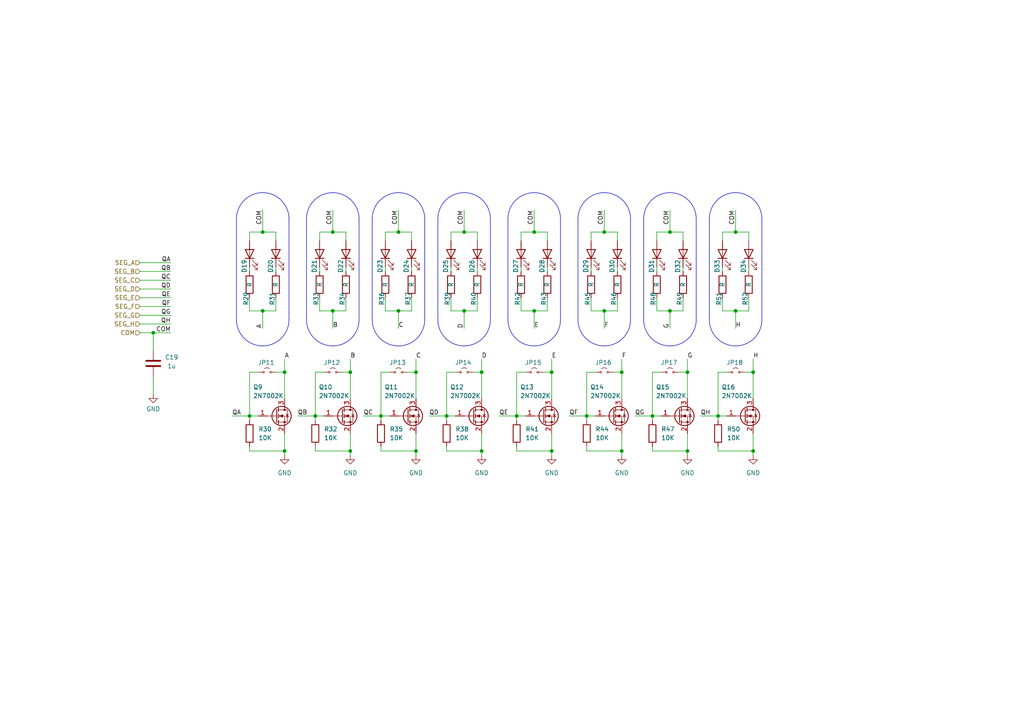
<source format=kicad_sch>
(kicad_sch (version 20250114) (generator "eeschema") (generator_version "9.0")
  (paper "A4")
  (lib_symbols
    (symbol "Device:C" (pin_numbers (hide yes)) (pin_names (offset 0.254))
      (property "Reference" "C" (at 0.635 2.54 0))
      (property "Value" "C" (at 0.635 -2.54 0))
      (symbol "C_0_1"
        (polyline (pts (xy -2.032 0.762) (xy 2.032 0.762)) (stroke (width 0.508)))
        (polyline (pts (xy -2.032 -0.762) (xy 2.032 -0.762)) (stroke (width 0.508)))
      )
      (symbol "C_1_1"
        (pin passive line (at 0 3.81 270) (length 2.794) (name "~") (number "1"))
        (pin passive line (at 0 -3.81 90) (length 2.794) (name "~") (number "2"))
      )
    )
    (symbol "Device:LED" (pin_numbers (hide yes)) (pin_names (offset 1.016) (hide yes))
      (property "Reference" "D" (at 0 2.54 0))
      (property "Value" "LED" (at 0 -2.54 0))
      (symbol "LED_0_1"
        (polyline (pts (xy -3.048 -0.762) (xy -4.572 -2.286) (xy -3.81 -2.286) (xy -4.572 -2.286) (xy -4.572 -1.524)))
        (polyline (pts (xy -1.778 -0.762) (xy -3.302 -2.286) (xy -2.54 -2.286) (xy -3.302 -2.286) (xy -3.302 -1.524)))
        (polyline (pts (xy -1.27 0) (xy 1.27 0)))
        (polyline (pts (xy -1.27 -1.27) (xy -1.27 1.27)) (stroke (width 0.254)))
        (polyline (pts (xy 1.27 -1.27) (xy 1.27 1.27) (xy -1.27 0) (xy 1.27 -1.27)) (stroke (width 0.254)))
      )
      (symbol "LED_1_1"
        (pin passive line (at -3.81 0 0) (length 2.54) (name "K") (number "1"))
        (pin passive line (at 3.81 0 180) (length 2.54) (name "A") (number "2"))
      )
    )
    (symbol "Device:R" (pin_numbers (hide yes)) (pin_names (offset 0))
      (property "Reference" "R" (at 2.032 0 90))
      (property "Value" "R" (at 0 0 90))
      (symbol "R_0_1"
        (rectangle (start -1.016 -2.54) (end 1.016 2.54) (stroke (width 0.254)))
      )
      (symbol "R_1_1"
        (pin passive line (at 0 3.81 270) (length 1.27) (name "~") (number "1"))
        (pin passive line (at 0 -3.81 90) (length 1.27) (name "~") (number "2"))
      )
    )
    (symbol "Jumper:Jumper_2_Small_Open" (pin_numbers (hide yes)) (pin_names (offset 0) (hide yes))
      (property "Reference" "JP" (at 0 2.794 0))
      (property "Value" "Jumper_2_Small_Open" (at 0 -2.286 0))
      (symbol "Jumper_2_Small_Open_0_0"
        (circle (center -1.016 0) (radius 0.254))
        (circle (center 1.016 0) (radius 0.254))
      )
      (symbol "Jumper_2_Small_Open_0_1"
        (arc (start -0.762 1.0196) (mid 0 1.2729) (end 0.762 1.0196))
      )
      (symbol "Jumper_2_Small_Open_1_1"
        (pin passive line (at -2.54 0 0) (length 1.27) (name "A") (number "1"))
        (pin passive line (at 2.54 0 180) (length 1.27) (name "B") (number "2"))
      )
    )
    (symbol "Transistor_FET:2N7002K" (pin_names (offset 0) (hide yes))
      (property "Reference" "Q" (at 5.08 1.905 0))
      (property "Value" "2N7002K" (at 5.08 0 0))
      (symbol "2N7002K_0_1"
        (polyline (pts (xy 0.254 1.905) (xy 0.254 -1.905)) (stroke (width 0.254)))
        (polyline (pts (xy 0.254 0) (xy -2.54 0)))
        (polyline (pts (xy 0.762 2.286) (xy 0.762 1.27)) (stroke (width 0.254)))
        (polyline (pts (xy 0.762 0.508) (xy 0.762 -0.508)) (stroke (width 0.254)))
        (polyline (pts (xy 0.762 -1.27) (xy 0.762 -2.286)) (stroke (width 0.254)))
        (polyline (pts (xy 0.762 -1.778) (xy 3.302 -1.778) (xy 3.302 1.778) (xy 0.762 1.778)))
        (polyline (pts (xy 1.016 0) (xy 2.032 0.381) (xy 2.032 -0.381) (xy 1.016 0)) (fill (type outline)))
        (circle (center 1.651 0) (radius 2.794) (stroke (width 0.254)))
        (polyline (pts (xy 2.54 2.54) (xy 2.54 1.778)))
        (circle (center 2.54 1.778) (radius 0.254) (fill (type outline)))
        (circle (center 2.54 -1.778) (radius 0.254) (fill (type outline)))
        (polyline (pts (xy 2.54 -2.54) (xy 2.54 0) (xy 0.762 0)))
        (polyline (pts (xy 2.921 0.381) (xy 3.683 0.381)))
        (polyline (pts (xy 3.302 0.381) (xy 2.921 -0.254) (xy 3.683 -0.254) (xy 3.302 0.381)))
      )
      (symbol "2N7002K_1_1"
        (pin input line (at -5.08 0 0) (length 2.54) (name "G") (number "1"))
        (pin passive line (at 2.54 5.08 270) (length 2.54) (name "D") (number "3"))
        (pin passive line (at 2.54 -5.08 90) (length 2.54) (name "S") (number "2"))
      )
    )
    (symbol "power:GND" (power) (pin_numbers (hide yes)) (pin_names (offset 0) (hide yes))
      (property "Value" "GND" (at 0 -3.81 0))
      (symbol "GND_0_1"
        (polyline (pts (xy 0 0) (xy 0 -1.27) (xy 1.27 -1.27) (xy 0 -2.54) (xy -1.27 -1.27) (xy 0 -1.27)))
      )
      (symbol "GND_1_1"
        (pin power_in line (at 0 0 270) (length 0) (name "~") (number "1"))
      )
    )
  )
  (arc (start 68.58 63.5) (mid 70.8118 58.1118) (end 76.2 55.88))
  (arc (start 134.62 100.33) (mid 129.2318 98.0982) (end 127 92.71))
  (arc (start 154.94 55.88) (mid 160.3282 58.1118) (end 162.56 63.5))
  (arc (start 123.19 92.71) (mid 120.9582 98.0982) (end 115.57 100.33))
  (arc (start 142.24 92.71) (mid 140.0082 98.0982) (end 134.62 100.33))
  (arc (start 186.69 63.5) (mid 188.9218 58.1118) (end 194.31 55.88))
  (arc (start 175.26 100.33) (mid 169.8718 98.0982) (end 167.64 92.71))
  (arc (start 205.74 63.5) (mid 207.9718 58.1118) (end 213.36 55.88))
  (arc (start 76.2 55.88) (mid 81.5882 58.1118) (end 83.82 63.5))
  (arc (start 107.95 63.5) (mid 110.1818 58.1118) (end 115.57 55.88))
  (arc (start 134.62 55.88) (mid 140.0082 58.1118) (end 142.24 63.5))
  (arc (start 154.94 100.33) (mid 149.5518 98.0982) (end 147.32 92.71))
  (arc (start 220.98 92.71) (mid 218.7482 98.0982) (end 213.36 100.33))
  (arc (start 76.2 100.33) (mid 70.8118 98.0982) (end 68.58 92.71))
  (arc (start 104.14 92.71) (mid 101.9082 98.0982) (end 96.52 100.33))
  (arc (start 127 63.5) (mid 129.2318 58.1118) (end 134.62 55.88))
  (arc (start 83.82 92.71) (mid 81.5882 98.0982) (end 76.2 100.33))
  (arc (start 88.9 63.5) (mid 91.1318 58.1118) (end 96.52 55.88))
  (arc (start 115.57 55.88) (mid 120.9582 58.1118) (end 123.19 63.5))
  (arc (start 115.57 100.33) (mid 110.1818 98.0982) (end 107.95 92.71))
  (arc (start 96.52 100.33) (mid 91.1318 98.0982) (end 88.9 92.71))
  (arc (start 194.31 55.88) (mid 199.6982 58.1118) (end 201.93 63.5))
  (arc (start 167.64 63.5) (mid 169.8718 58.1118) (end 175.26 55.88))
  (arc (start 162.56 92.71) (mid 160.3282 98.0982) (end 154.94 100.33))
  (arc (start 175.26 55.88) (mid 180.6482 58.1118) (end 182.88 63.5))
  (arc (start 194.31 100.33) (mid 188.9218 98.0982) (end 186.69 92.71))
  (arc (start 182.88 92.71) (mid 180.6482 98.0982) (end 175.26 100.33))
  (arc (start 147.32 63.5) (mid 149.5518 58.1118) (end 154.94 55.88))
  (arc (start 213.36 55.88) (mid 218.7482 58.1118) (end 220.98 63.5))
  (arc (start 96.52 55.88) (mid 101.9082 58.1118) (end 104.14 63.5))
  (arc (start 213.36 100.33) (mid 207.9718 98.0982) (end 205.74 92.71))
  (arc (start 201.93 92.71) (mid 199.6982 98.0982) (end 194.31 100.33))
  (junction (at 91.44 120.65))
  (junction (at 110.49 120.65))
  (junction (at 120.65 130.81))
  (junction (at 199.39 107.95))
  (junction (at 189.23 120.65))
  (junction (at 115.57 90.17))
  (junction (at 134.62 67.31))
  (junction (at 115.57 67.31))
  (junction (at 134.62 90.17))
  (junction (at 194.31 67.31))
  (junction (at 213.36 67.31))
  (junction (at 180.34 107.95))
  (junction (at 218.44 130.81))
  (junction (at 208.28 120.65))
  (junction (at 139.7 107.95))
  (junction (at 154.94 67.31))
  (junction (at 82.55 107.95))
  (junction (at 44.45 96.52))
  (junction (at 180.34 130.81))
  (junction (at 194.31 90.17))
  (junction (at 76.2 67.31))
  (junction (at 129.54 120.65))
  (junction (at 101.6 130.81))
  (junction (at 76.2 90.17))
  (junction (at 96.52 90.17))
  (junction (at 101.6 107.95))
  (junction (at 170.18 120.65))
  (junction (at 149.86 120.65))
  (junction (at 160.02 107.95))
  (junction (at 199.39 130.81))
  (junction (at 218.44 107.95))
  (junction (at 96.52 67.31))
  (junction (at 213.36 90.17))
  (junction (at 72.39 120.65))
  (junction (at 120.65 107.95))
  (junction (at 175.26 90.17))
  (junction (at 82.55 130.81))
  (junction (at 154.94 90.17))
  (junction (at 175.26 67.31))
  (junction (at 139.7 130.81))
  (junction (at 160.02 130.81))
  (wire (pts (xy 217.17 67.31) (xy 213.36 67.31)))
  (wire (pts (xy 209.55 78.74) (xy 209.55 77.47)))
  (wire (pts (xy 100.33 90.17) (xy 96.52 90.17)))
  (wire (pts (xy 44.45 96.52) (xy 44.45 101.6)))
  (wire (pts (xy 198.12 78.74) (xy 198.12 77.47)))
  (wire (pts (xy 179.07 69.85) (xy 179.07 67.31)))
  (wire (pts (xy 129.54 129.54) (xy 129.54 130.81)))
  (wire (pts (xy 189.23 130.81) (xy 199.39 130.81)))
  (polyline (pts (xy 107.95 92.71) (xy 107.95 63.5)))
  (wire (pts (xy 189.23 129.54) (xy 189.23 130.81)))
  (wire (pts (xy 101.6 104.14) (xy 101.6 107.95)))
  (wire (pts (xy 209.55 90.17) (xy 209.55 86.36)))
  (wire (pts (xy 111.76 90.17) (xy 111.76 86.36)))
  (wire (pts (xy 110.49 120.65) (xy 113.03 120.65)))
  (wire (pts (xy 40.64 86.36) (xy 49.53 86.36)))
  (wire (pts (xy 138.43 69.85) (xy 138.43 67.31)))
  (wire (pts (xy 82.55 130.81) (xy 82.55 132.08)))
  (wire (pts (xy 115.57 90.17) (xy 111.76 90.17)))
  (wire (pts (xy 115.57 67.31) (xy 115.57 60.96)))
  (wire (pts (xy 165.1 120.65) (xy 170.18 120.65)))
  (wire (pts (xy 160.02 130.81) (xy 160.02 132.08)))
  (wire (pts (xy 139.7 104.14) (xy 139.7 107.95)))
  (wire (pts (xy 175.26 90.17) (xy 175.26 95.25)))
  (wire (pts (xy 191.77 107.95) (xy 189.23 107.95)))
  (wire (pts (xy 100.33 67.31) (xy 96.52 67.31)))
  (wire (pts (xy 92.71 90.17) (xy 92.71 86.36)))
  (wire (pts (xy 110.49 107.95) (xy 110.49 120.65)))
  (wire (pts (xy 40.64 93.98) (xy 49.53 93.98)))
  (polyline (pts (xy 88.9 92.71) (xy 88.9 63.5)))
  (wire (pts (xy 199.39 107.95) (xy 199.39 115.57)))
  (wire (pts (xy 217.17 90.17) (xy 213.36 90.17)))
  (wire (pts (xy 40.64 76.2) (xy 49.53 76.2)))
  (wire (pts (xy 82.55 107.95) (xy 82.55 115.57)))
  (wire (pts (xy 218.44 104.14) (xy 218.44 107.95)))
  (polyline (pts (xy 127 92.71) (xy 127 63.5)))
  (wire (pts (xy 72.39 121.92) (xy 72.39 120.65)))
  (wire (pts (xy 215.9 107.95) (xy 218.44 107.95)))
  (wire (pts (xy 111.76 78.74) (xy 111.76 77.47)))
  (wire (pts (xy 154.94 95.25) (xy 154.94 90.17)))
  (wire (pts (xy 80.01 69.85) (xy 80.01 67.31)))
  (wire (pts (xy 194.31 95.25) (xy 194.31 90.17)))
  (wire (pts (xy 82.55 104.14) (xy 82.55 107.95)))
  (wire (pts (xy 170.18 107.95) (xy 170.18 120.65)))
  (wire (pts (xy 40.64 88.9) (xy 49.53 88.9)))
  (wire (pts (xy 171.45 69.85) (xy 171.45 67.31)))
  (wire (pts (xy 115.57 95.25) (xy 115.57 90.17)))
  (wire (pts (xy 137.16 107.95) (xy 139.7 107.95)))
  (wire (pts (xy 80.01 90.17) (xy 76.2 90.17)))
  (polyline (pts (xy 201.93 92.71) (xy 201.93 63.5)))
  (wire (pts (xy 129.54 121.92) (xy 129.54 120.65)))
  (wire (pts (xy 180.34 104.14) (xy 180.34 107.95)))
  (wire (pts (xy 209.55 69.85) (xy 209.55 67.31)))
  (wire (pts (xy 40.64 78.74) (xy 49.53 78.74)))
  (wire (pts (xy 198.12 86.36) (xy 198.12 90.17)))
  (wire (pts (xy 184.15 120.65) (xy 189.23 120.65)))
  (wire (pts (xy 170.18 120.65) (xy 172.72 120.65)))
  (wire (pts (xy 158.75 86.36) (xy 158.75 90.17)))
  (wire (pts (xy 129.54 107.95) (xy 129.54 120.65)))
  (wire (pts (xy 72.39 120.65) (xy 74.93 120.65)))
  (wire (pts (xy 172.72 107.95) (xy 170.18 107.95)))
  (wire (pts (xy 138.43 78.74) (xy 138.43 77.47)))
  (wire (pts (xy 76.2 67.31) (xy 76.2 60.96)))
  (wire (pts (xy 130.81 90.17) (xy 130.81 86.36)))
  (wire (pts (xy 119.38 90.17) (xy 115.57 90.17)))
  (wire (pts (xy 208.28 129.54) (xy 208.28 130.81)))
  (wire (pts (xy 92.71 69.85) (xy 92.71 67.31)))
  (wire (pts (xy 119.38 69.85) (xy 119.38 67.31)))
  (wire (pts (xy 72.39 129.54) (xy 72.39 130.81)))
  (wire (pts (xy 213.36 67.31) (xy 209.55 67.31)))
  (wire (pts (xy 110.49 129.54) (xy 110.49 130.81)))
  (wire (pts (xy 113.03 107.95) (xy 110.49 107.95)))
  (wire (pts (xy 86.36 120.65) (xy 91.44 120.65)))
  (wire (pts (xy 217.17 69.85) (xy 217.17 67.31)))
  (wire (pts (xy 119.38 67.31) (xy 115.57 67.31)))
  (wire (pts (xy 198.12 67.31) (xy 194.31 67.31)))
  (wire (pts (xy 208.28 120.65) (xy 210.82 120.65)))
  (wire (pts (xy 180.34 125.73) (xy 180.34 130.81)))
  (wire (pts (xy 44.45 96.52) (xy 49.53 96.52)))
  (wire (pts (xy 199.39 104.14) (xy 199.39 107.95)))
  (wire (pts (xy 120.65 107.95) (xy 120.65 115.57)))
  (wire (pts (xy 217.17 78.74) (xy 217.17 77.47)))
  (wire (pts (xy 130.81 69.85) (xy 130.81 67.31)))
  (wire (pts (xy 138.43 90.17) (xy 134.62 90.17)))
  (wire (pts (xy 80.01 107.95) (xy 82.55 107.95)))
  (wire (pts (xy 154.94 67.31) (xy 154.94 60.96)))
  (wire (pts (xy 99.06 107.95) (xy 101.6 107.95)))
  (wire (pts (xy 194.31 67.31) (xy 190.5 67.31)))
  (wire (pts (xy 213.36 90.17) (xy 209.55 90.17)))
  (polyline (pts (xy 167.64 92.71) (xy 167.64 63.5)))
  (wire (pts (xy 115.57 67.31) (xy 111.76 67.31)))
  (wire (pts (xy 190.5 69.85) (xy 190.5 67.31)))
  (wire (pts (xy 152.4 107.95) (xy 149.86 107.95)))
  (polyline (pts (xy 123.19 92.71) (xy 123.19 63.5)))
  (wire (pts (xy 91.44 129.54) (xy 91.44 130.81)))
  (wire (pts (xy 91.44 107.95) (xy 91.44 120.65)))
  (wire (pts (xy 218.44 130.81) (xy 218.44 132.08)))
  (polyline (pts (xy 220.98 92.71) (xy 220.98 63.5)))
  (wire (pts (xy 119.38 78.74) (xy 119.38 77.47)))
  (wire (pts (xy 105.41 120.65) (xy 110.49 120.65)))
  (wire (pts (xy 198.12 69.85) (xy 198.12 67.31)))
  (wire (pts (xy 72.39 90.17) (xy 72.39 86.36)))
  (wire (pts (xy 218.44 125.73) (xy 218.44 130.81)))
  (wire (pts (xy 149.86 121.92) (xy 149.86 120.65)))
  (wire (pts (xy 175.26 67.31) (xy 171.45 67.31)))
  (wire (pts (xy 179.07 78.74) (xy 179.07 77.47)))
  (wire (pts (xy 154.94 90.17) (xy 151.13 90.17)))
  (wire (pts (xy 91.44 121.92) (xy 91.44 120.65)))
  (wire (pts (xy 129.54 120.65) (xy 132.08 120.65)))
  (wire (pts (xy 158.75 67.31) (xy 154.94 67.31)))
  (wire (pts (xy 210.82 107.95) (xy 208.28 107.95)))
  (wire (pts (xy 93.98 107.95) (xy 91.44 107.95)))
  (wire (pts (xy 149.86 129.54) (xy 149.86 130.81)))
  (wire (pts (xy 177.8 107.95) (xy 180.34 107.95)))
  (wire (pts (xy 120.65 104.14) (xy 120.65 107.95)))
  (wire (pts (xy 67.31 120.65) (xy 72.39 120.65)))
  (wire (pts (xy 190.5 78.74) (xy 190.5 77.47)))
  (wire (pts (xy 160.02 125.73) (xy 160.02 130.81)))
  (wire (pts (xy 213.36 95.25) (xy 213.36 90.17)))
  (wire (pts (xy 151.13 78.74) (xy 151.13 77.47)))
  (wire (pts (xy 144.78 120.65) (xy 149.86 120.65)))
  (wire (pts (xy 72.39 130.81) (xy 82.55 130.81)))
  (wire (pts (xy 134.62 95.25) (xy 134.62 90.17)))
  (wire (pts (xy 80.01 86.36) (xy 80.01 90.17)))
  (wire (pts (xy 100.33 78.74) (xy 100.33 77.47)))
  (wire (pts (xy 149.86 107.95) (xy 149.86 120.65)))
  (wire (pts (xy 171.45 90.17) (xy 171.45 86.36)))
  (wire (pts (xy 170.18 121.92) (xy 170.18 120.65)))
  (wire (pts (xy 134.62 67.31) (xy 134.62 60.96)))
  (wire (pts (xy 44.45 109.22) (xy 44.45 114.3)))
  (wire (pts (xy 139.7 130.81) (xy 139.7 132.08)))
  (wire (pts (xy 74.93 107.95) (xy 72.39 107.95)))
  (wire (pts (xy 149.86 120.65) (xy 152.4 120.65)))
  (wire (pts (xy 151.13 69.85) (xy 151.13 67.31)))
  (polyline (pts (xy 83.82 92.71) (xy 83.82 63.5)))
  (wire (pts (xy 40.64 81.28) (xy 49.53 81.28)))
  (wire (pts (xy 189.23 107.95) (xy 189.23 120.65)))
  (wire (pts (xy 190.5 90.17) (xy 190.5 86.36)))
  (wire (pts (xy 203.2 120.65) (xy 208.28 120.65)))
  (wire (pts (xy 180.34 107.95) (xy 180.34 115.57)))
  (wire (pts (xy 179.07 86.36) (xy 179.07 90.17)))
  (wire (pts (xy 40.64 96.52) (xy 44.45 96.52)))
  (wire (pts (xy 170.18 130.81) (xy 180.34 130.81)))
  (wire (pts (xy 199.39 130.81) (xy 199.39 132.08)))
  (polyline (pts (xy 68.58 92.71) (xy 68.58 63.5)))
  (wire (pts (xy 120.65 125.73) (xy 120.65 130.81)))
  (wire (pts (xy 189.23 120.65) (xy 191.77 120.65)))
  (wire (pts (xy 160.02 104.14) (xy 160.02 107.95)))
  (wire (pts (xy 138.43 67.31) (xy 134.62 67.31)))
  (wire (pts (xy 199.39 125.73) (xy 199.39 130.81)))
  (wire (pts (xy 96.52 90.17) (xy 92.71 90.17)))
  (wire (pts (xy 179.07 67.31) (xy 175.26 67.31)))
  (wire (pts (xy 96.52 67.31) (xy 92.71 67.31)))
  (wire (pts (xy 91.44 130.81) (xy 101.6 130.81)))
  (wire (pts (xy 217.17 86.36) (xy 217.17 90.17)))
  (wire (pts (xy 100.33 69.85) (xy 100.33 67.31)))
  (wire (pts (xy 189.23 121.92) (xy 189.23 120.65)))
  (wire (pts (xy 118.11 107.95) (xy 120.65 107.95)))
  (wire (pts (xy 151.13 90.17) (xy 151.13 86.36)))
  (polyline (pts (xy 182.88 92.71) (xy 182.88 63.5)))
  (wire (pts (xy 175.26 67.31) (xy 175.26 60.96)))
  (wire (pts (xy 208.28 130.81) (xy 218.44 130.81)))
  (wire (pts (xy 76.2 67.31) (xy 72.39 67.31)))
  (wire (pts (xy 101.6 107.95) (xy 101.6 115.57)))
  (wire (pts (xy 198.12 90.17) (xy 194.31 90.17)))
  (wire (pts (xy 171.45 78.74) (xy 171.45 77.47)))
  (wire (pts (xy 119.38 86.36) (xy 119.38 90.17)))
  (wire (pts (xy 138.43 86.36) (xy 138.43 90.17)))
  (wire (pts (xy 110.49 130.81) (xy 120.65 130.81)))
  (wire (pts (xy 180.34 130.81) (xy 180.34 132.08)))
  (wire (pts (xy 40.64 91.44) (xy 49.53 91.44)))
  (polyline (pts (xy 186.69 92.71) (xy 186.69 63.5)))
  (wire (pts (xy 76.2 90.17) (xy 72.39 90.17)))
  (wire (pts (xy 130.81 78.74) (xy 130.81 77.47)))
  (wire (pts (xy 96.52 67.31) (xy 96.52 60.96)))
  (wire (pts (xy 158.75 90.17) (xy 154.94 90.17)))
  (wire (pts (xy 100.33 86.36) (xy 100.33 90.17)))
  (wire (pts (xy 208.28 107.95) (xy 208.28 120.65)))
  (wire (pts (xy 134.62 67.31) (xy 130.81 67.31)))
  (wire (pts (xy 72.39 78.74) (xy 72.39 77.47)))
  (wire (pts (xy 139.7 125.73) (xy 139.7 130.81)))
  (wire (pts (xy 82.55 125.73) (xy 82.55 130.81)))
  (wire (pts (xy 158.75 69.85) (xy 158.75 67.31)))
  (wire (pts (xy 157.48 107.95) (xy 160.02 107.95)))
  (wire (pts (xy 213.36 67.31) (xy 213.36 60.96)))
  (wire (pts (xy 120.65 130.81) (xy 120.65 132.08)))
  (wire (pts (xy 194.31 90.17) (xy 190.5 90.17)))
  (wire (pts (xy 194.31 67.31) (xy 194.31 60.96)))
  (wire (pts (xy 196.85 107.95) (xy 199.39 107.95)))
  (wire (pts (xy 132.08 107.95) (xy 129.54 107.95)))
  (wire (pts (xy 101.6 125.73) (xy 101.6 130.81)))
  (wire (pts (xy 101.6 130.81) (xy 101.6 132.08)))
  (wire (pts (xy 110.49 121.92) (xy 110.49 120.65)))
  (wire (pts (xy 96.52 95.25) (xy 96.52 90.17)))
  (polyline (pts (xy 162.56 92.71) (xy 162.56 63.5)))
  (wire (pts (xy 124.46 120.65) (xy 129.54 120.65)))
  (wire (pts (xy 218.44 107.95) (xy 218.44 115.57)))
  (wire (pts (xy 92.71 78.74) (xy 92.71 77.47)))
  (wire (pts (xy 111.76 69.85) (xy 111.76 67.31)))
  (wire (pts (xy 80.01 78.74) (xy 80.01 77.47)))
  (wire (pts (xy 208.28 121.92) (xy 208.28 120.65)))
  (wire (pts (xy 72.39 107.95) (xy 72.39 120.65)))
  (wire (pts (xy 72.39 69.85) (xy 72.39 67.31)))
  (wire (pts (xy 91.44 120.65) (xy 93.98 120.65)))
  (wire (pts (xy 179.07 90.17) (xy 175.26 90.17)))
  (polyline (pts (xy 104.14 92.71) (xy 104.14 63.5)))
  (wire (pts (xy 129.54 130.81) (xy 139.7 130.81)))
  (wire (pts (xy 149.86 130.81) (xy 160.02 130.81)))
  (wire (pts (xy 40.64 83.82) (xy 49.53 83.82)))
  (polyline (pts (xy 147.32 92.71) (xy 147.32 63.5)))
  (wire (pts (xy 154.94 67.31) (xy 151.13 67.31)))
  (wire (pts (xy 76.2 95.25) (xy 76.2 90.17)))
  (wire (pts (xy 158.75 78.74) (xy 158.75 77.47)))
  (wire (pts (xy 175.26 90.17) (xy 171.45 90.17)))
  (polyline (pts (xy 205.74 92.71) (xy 205.74 63.5)))
  (wire (pts (xy 134.62 90.17) (xy 130.81 90.17)))
  (wire (pts (xy 80.01 67.31) (xy 76.2 67.31)))
  (wire (pts (xy 160.02 107.95) (xy 160.02 115.57)))
  (wire (pts (xy 170.18 129.54) (xy 170.18 130.81)))
  (polyline (pts (xy 142.24 92.71) (xy 142.24 63.5)))
  (wire (pts (xy 139.7 107.95) (xy 139.7 115.57)))
  (label "QD" (at 49.53 83.82 180))
  (label "QG" (at 49.53 91.44 180))
  (label "COM" (at 175.26 60.96 270))
  (label "COM" (at 154.94 60.96 270))
  (label "QF" (at 165.1 120.65 0))
  (label "D" (at 139.7 104.14 0))
  (label "H" (at 218.44 104.14 0))
  (label "QA" (at 67.31 120.65 0))
  (label "H" (at 213.36 95.25 0))
  (label "COM" (at 194.31 60.96 270))
  (label "D" (at 134.62 95.25 90))
  (label "A" (at 82.55 104.14 0))
  (label "G" (at 194.31 95.25 90))
  (label "COM" (at 49.53 96.52 180))
  (label "QB" (at 86.36 120.65 0))
  (label "QA" (at 49.53 76.2 180))
  (label "C" (at 120.65 104.14 0))
  (label "COM" (at 115.57 60.96 270))
  (label "COM" (at 213.36 60.96 270))
  (label "QC" (at 105.41 120.65 0))
  (label "F" (at 175.26 95.25 0))
  (label "QB" (at 49.53 78.74 180))
  (label "F" (at 180.34 104.14 0))
  (label "A" (at 76.2 95.25 90))
  (label "B" (at 101.6 104.14 0))
  (label "QD" (at 124.46 120.65 0))
  (label "QE" (at 49.53 86.36 180))
  (label "E" (at 160.02 104.14 0))
  (label "COM" (at 76.2 60.96 270))
  (label "QH" (at 203.2 120.65 0))
  (label "COM" (at 96.52 60.96 270))
  (label "G" (at 199.39 104.14 0))
  (label "COM" (at 134.62 60.96 270))
  (label "QE" (at 144.78 120.65 0))
  (label "E" (at 154.94 95.25 0))
  (label "QH" (at 49.53 93.98 180))
  (label "QF" (at 49.53 88.9 180))
  (label "C" (at 115.57 95.25 0))
  (label "B" (at 96.52 95.25 0))
  (label "QG" (at 184.15 120.65 0))
  (label "QC" (at 49.53 81.28 180))
  (hierarchical_label "SEG_B" (shape input) (at 40.64 78.74 180))
  (hierarchical_label "SEG_A" (shape input) (at 40.64 76.2 180))
  (hierarchical_label "SEG_G" (shape input) (at 40.64 91.44 180))
  (hierarchical_label "SEG_E" (shape input) (at 40.64 86.36 180))
  (hierarchical_label "SEG_F" (shape input) (at 40.64 88.9 180))
  (hierarchical_label "COM" (shape input) (at 40.64 96.52 180))
  (hierarchical_label "SEG_D" (shape input) (at 40.64 83.82 180))
  (hierarchical_label "SEG_C" (shape input) (at 40.64 81.28 180))
  (hierarchical_label "SEG_H" (shape input) (at 40.64 93.98 180))
  (symbol (lib_id "Device:LED") (at 158.75 73.66 90) (unit 1)
    (property "Reference" "D12" (at 157.226 77.216 0))
    (property "Value" "LED" (effects (hide yes)))
    (property "Footprint" "LED_THT:LED_D3.0mm" (effects (hide yes)))
    (property "Description" "Light emitting diode" (effects (hide yes)))
    (property "Sim.Pins" "1=K 2=A" (effects (hide yes)))
    (instances (project "7_seg_led_tht_3mm" (path "" (reference "D28") (unit 1)) (path "" (reference "D12") (unit 1)) (path "" (reference "D60") (unit 1)) (path "" (reference "D44") (unit 1))))
  )
  (symbol (lib_id "Transistor_FET:2N7002K") (at 80.01 120.65 0) (unit 1)
    (property "Reference" "Q1" (at 73.406 112.268 0) (effects (justify left)))
    (property "Value" "2N7002K" (at 73.406 114.808 0) (effects (justify left)))
    (property "Footprint" "Package_TO_SOT_SMD:SOT-23" (effects (hide yes)))
    (property "Datasheet" "https://www.diodes.com/assets/Datasheets/ds30896.pdf" (effects (hide yes)))
    (property "Description" "0.38A Id, 60V Vds, N-Channel MOSFET, SOT-23" (effects (hide yes)))
    (instances (project "7_seg_led_tht_3mm" (path "" (reference "Q9") (unit 1)) (path "" (reference "Q1") (unit 1)) (path "" (reference "Q25") (unit 1)) (path "" (reference "Q17") (unit 1))))
  )
  (symbol (lib_id "Jumper:Jumper_2_Small_Open") (at 77.47 107.95 0) (unit 1)
    (property "Reference" "JP3" (at 77.216 105.156 0))
    (property "Value" "Jumper_2_Small_Open" (effects (hide yes)))
    (property "Footprint" "Jumper:SolderJumper-2_P1.3mm_Open_RoundedPad1.0x1.5mm" (effects (hide yes)))
    (property "Description" "Jumper, 2-pole, small symbol, open" (effects (hide yes)))
    (instances (project "7_seg_led_tht_3mm" (path "" (reference "JP11") (unit 1)) (path "" (reference "JP3") (unit 1)) (path "" (reference "JP27") (unit 1)) (path "" (reference "JP19") (unit 1))))
  )
  (symbol (lib_id "Device:LED") (at 119.38 73.66 90) (unit 1)
    (property "Reference" "D8" (at 117.856 77.216 0))
    (property "Value" "LED" (effects (hide yes)))
    (property "Footprint" "LED_THT:LED_D3.0mm" (effects (hide yes)))
    (property "Description" "Light emitting diode" (effects (hide yes)))
    (property "Sim.Pins" "1=K 2=A" (effects (hide yes)))
    (instances (project "7_seg_led_tht_3mm" (path "" (reference "D24") (unit 1)) (path "" (reference "D8") (unit 1)) (path "" (reference "D56") (unit 1)) (path "" (reference "D40") (unit 1))))
  )
  (symbol (lib_id "Device:R") (at 111.76 82.55 180) (unit 1)
    (property "Reference" "R12" (at 110.744 86.614 90))
    (property "Value" "R" (at 111.76 82.55 90))
    (property "Footprint" "Resistor_SMD:R_0805_2012Metric" (effects (hide yes)))
    (property "Description" "Resistor" (effects (hide yes)))
    (instances (project "7_seg_led_tht_3mm" (path "" (reference "R36") (unit 1)) (path "" (reference "R12") (unit 1)) (path "" (reference "R84") (unit 1)) (path "" (reference "R60") (unit 1))))
  )
  (symbol (lib_id "Device:LED") (at 100.33 73.66 90) (unit 1)
    (property "Reference" "D6" (at 98.806 77.216 0))
    (property "Value" "LED" (effects (hide yes)))
    (property "Footprint" "LED_THT:LED_D3.0mm" (effects (hide yes)))
    (property "Description" "Light emitting diode" (effects (hide yes)))
    (property "Sim.Pins" "1=K 2=A" (effects (hide yes)))
    (instances (project "7_seg_led_tht_3mm" (path "" (reference "D22") (unit 1)) (path "" (reference "D6") (unit 1)) (path "" (reference "D54") (unit 1)) (path "" (reference "D38") (unit 1))))
  )
  (symbol (lib_id "Device:LED") (at 198.12 73.66 90) (unit 1)
    (property "Reference" "D16" (at 196.596 77.216 0))
    (property "Value" "LED" (effects (hide yes)))
    (property "Footprint" "LED_THT:LED_D3.0mm" (effects (hide yes)))
    (property "Description" "Light emitting diode" (effects (hide yes)))
    (property "Sim.Pins" "1=K 2=A" (effects (hide yes)))
    (instances (project "7_seg_led_tht_3mm" (path "" (reference "D32") (unit 1)) (path "" (reference "D16") (unit 1)) (path "" (reference "D64") (unit 1)) (path "" (reference "D48") (unit 1))))
  )
  (symbol (lib_id "Device:LED") (at 217.17 73.66 90) (unit 1)
    (property "Reference" "D18" (at 215.646 77.216 0))
    (property "Value" "LED" (effects (hide yes)))
    (property "Footprint" "LED_THT:LED_D3.0mm" (effects (hide yes)))
    (property "Description" "Light emitting diode" (effects (hide yes)))
    (property "Sim.Pins" "1=K 2=A" (effects (hide yes)))
    (instances (project "7_seg_led_tht_3mm" (path "" (reference "D34") (unit 1)) (path "" (reference "D18") (unit 1)) (path "" (reference "D66") (unit 1)) (path "" (reference "D50") (unit 1))))
  )
  (symbol (lib_id "Device:R") (at 179.07 82.55 180) (unit 1)
    (property "Reference" "R22" (at 178.054 86.614 90))
    (property "Value" "R" (at 179.07 82.55 90))
    (property "Footprint" "Resistor_SMD:R_0805_2012Metric" (effects (hide yes)))
    (property "Description" "Resistor" (effects (hide yes)))
    (instances (project "7_seg_led_tht_3mm" (path "" (reference "R46") (unit 1)) (path "" (reference "R22") (unit 1)) (path "" (reference "R94") (unit 1)) (path "" (reference "R70") (unit 1))))
  )
  (symbol (lib_id "Device:LED") (at 92.71 73.66 90) (unit 1)
    (property "Reference" "D5" (at 91.186 77.216 0))
    (property "Value" "LED" (effects (hide yes)))
    (property "Footprint" "LED_THT:LED_D3.0mm" (effects (hide yes)))
    (property "Description" "Light emitting diode" (effects (hide yes)))
    (property "Sim.Pins" "1=K 2=A" (effects (hide yes)))
    (instances (project "7_seg_led_tht_3mm" (path "" (reference "D21") (unit 1)) (path "" (reference "D5") (unit 1)) (path "" (reference "D53") (unit 1)) (path "" (reference "D37") (unit 1))))
  )
  (symbol (lib_id "Jumper:Jumper_2_Small_Open") (at 213.36 107.95 0) (unit 1)
    (property "Reference" "JP10" (at 213.106 105.156 0))
    (property "Value" "Jumper_2_Small_Open" (effects (hide yes)))
    (property "Footprint" "Jumper:SolderJumper-2_P1.3mm_Open_RoundedPad1.0x1.5mm" (effects (hide yes)))
    (property "Description" "Jumper, 2-pole, small symbol, open" (effects (hide yes)))
    (instances (project "7_seg_led_tht_3mm" (path "" (reference "JP18") (unit 1)) (path "" (reference "JP10") (unit 1)) (path "" (reference "JP34") (unit 1)) (path "" (reference "JP26") (unit 1))))
  )
  (symbol (lib_id "Device:R") (at 198.12 82.55 180) (unit 1)
    (property "Reference" "R25" (at 197.104 86.614 90))
    (property "Value" "R" (at 198.12 82.55 90))
    (property "Footprint" "Resistor_SMD:R_0805_2012Metric" (effects (hide yes)))
    (property "Description" "Resistor" (effects (hide yes)))
    (instances (project "7_seg_led_tht_3mm" (path "" (reference "R49") (unit 1)) (path "" (reference "R25") (unit 1)) (path "" (reference "R97") (unit 1)) (path "" (reference "R73") (unit 1))))
  )
  (symbol (lib_id "Device:LED") (at 138.43 73.66 90) (unit 1)
    (property "Reference" "D10" (at 136.906 77.216 0))
    (property "Value" "LED" (effects (hide yes)))
    (property "Footprint" "LED_THT:LED_D3.0mm" (effects (hide yes)))
    (property "Description" "Light emitting diode" (effects (hide yes)))
    (property "Sim.Pins" "1=K 2=A" (effects (hide yes)))
    (instances (project "7_seg_led_tht_3mm" (path "" (reference "D26") (unit 1)) (path "" (reference "D10") (unit 1)) (path "" (reference "D58") (unit 1)) (path "" (reference "D42") (unit 1))))
  )
  (symbol (lib_id "Device:R") (at 91.44 125.73 0) (unit 1)
    (property "Reference" "R8" (at 93.98 124.4599 0) (effects (justify left)))
    (property "Value" "10K" (at 93.98 126.9999 0) (effects (justify left)))
    (property "Footprint" "Resistor_SMD:R_0603_1608Metric" (effects (hide yes)))
    (property "Description" "Resistor" (effects (hide yes)))
    (instances (project "7_seg_led_tht_3mm" (path "" (reference "R32") (unit 1)) (path "" (reference "R8") (unit 1)) (path "" (reference "R80") (unit 1)) (path "" (reference "R56") (unit 1))))
  )
  (symbol (lib_id "Device:R") (at 100.33 82.55 180) (unit 1)
    (property "Reference" "R10" (at 99.314 86.614 90))
    (property "Value" "R" (at 100.33 82.55 90))
    (property "Footprint" "Resistor_SMD:R_0805_2012Metric" (effects (hide yes)))
    (property "Description" "Resistor" (effects (hide yes)))
    (instances (project "7_seg_led_tht_3mm" (path "" (reference "R34") (unit 1)) (path "" (reference "R10") (unit 1)) (path "" (reference "R82") (unit 1)) (path "" (reference "R58") (unit 1))))
  )
  (symbol (lib_id "power:GND") (at 101.6 132.08 0) (unit 1)
    (property "Reference" "#PWR047" (effects (hide yes)))
    (property "Value" "GND" (at 101.6 137.16 0))
    (property "Description" "Power symbol creates a global label with name \"GND\" , ground" (effects (hide yes)))
    (instances (project "7_seg_led_tht_3mm" (path "" (reference "#PWR056") (unit 1)) (path "" (reference "#PWR047") (unit 1)) (path "" (reference "#PWR074") (unit 1)) (path "" (reference "#PWR065") (unit 1))))
  )
  (symbol (lib_id "Device:R") (at 170.18 125.73 0) (unit 1)
    (property "Reference" "R20" (at 172.72 124.4599 0) (effects (justify left)))
    (property "Value" "10K" (at 172.72 126.9999 0) (effects (justify left)))
    (property "Footprint" "Resistor_SMD:R_0603_1608Metric" (effects (hide yes)))
    (property "Description" "Resistor" (effects (hide yes)))
    (instances (project "7_seg_led_tht_3mm" (path "" (reference "R44") (unit 1)) (path "" (reference "R20") (unit 1)) (path "" (reference "R92") (unit 1)) (path "" (reference "R68") (unit 1))))
  )
  (symbol (lib_id "Device:R") (at 72.39 125.73 0) (unit 1)
    (property "Reference" "R6" (at 74.93 124.4599 0) (effects (justify left)))
    (property "Value" "10K" (at 74.93 126.9999 0) (effects (justify left)))
    (property "Footprint" "Resistor_SMD:R_0603_1608Metric" (effects (hide yes)))
    (property "Description" "Resistor" (effects (hide yes)))
    (instances (project "7_seg_led_tht_3mm" (path "" (reference "R30") (unit 1)) (path "" (reference "R6") (unit 1)) (path "" (reference "R78") (unit 1)) (path "" (reference "R54") (unit 1))))
  )
  (symbol (lib_id "Transistor_FET:2N7002K") (at 157.48 120.65 0) (unit 1)
    (property "Reference" "Q5" (at 150.876 112.268 0) (effects (justify left)))
    (property "Value" "2N7002K" (at 150.876 114.808 0) (effects (justify left)))
    (property "Footprint" "Package_TO_SOT_SMD:SOT-23" (effects (hide yes)))
    (property "Datasheet" "https://www.diodes.com/assets/Datasheets/ds30896.pdf" (effects (hide yes)))
    (property "Description" "0.38A Id, 60V Vds, N-Channel MOSFET, SOT-23" (effects (hide yes)))
    (instances (project "7_seg_led_tht_3mm" (path "" (reference "Q13") (unit 1)) (path "" (reference "Q5") (unit 1)) (path "" (reference "Q29") (unit 1)) (path "" (reference "Q21") (unit 1))))
  )
  (symbol (lib_id "power:GND") (at 218.44 132.08 0) (unit 1)
    (property "Reference" "#PWR053" (effects (hide yes)))
    (property "Value" "GND" (at 218.44 137.16 0))
    (property "Description" "Power symbol creates a global label with name \"GND\" , ground" (effects (hide yes)))
    (instances (project "7_seg_led_tht_3mm" (path "" (reference "#PWR062") (unit 1)) (path "" (reference "#PWR053") (unit 1)) (path "" (reference "#PWR080") (unit 1)) (path "" (reference "#PWR071") (unit 1))))
  )
  (symbol (lib_id "Transistor_FET:2N7002K") (at 196.85 120.65 0) (unit 1)
    (property "Reference" "Q7" (at 190.246 112.268 0) (effects (justify left)))
    (property "Value" "2N7002K" (at 190.246 114.808 0) (effects (justify left)))
    (property "Footprint" "Package_TO_SOT_SMD:SOT-23" (effects (hide yes)))
    (property "Datasheet" "https://www.diodes.com/assets/Datasheets/ds30896.pdf" (effects (hide yes)))
    (property "Description" "0.38A Id, 60V Vds, N-Channel MOSFET, SOT-23" (effects (hide yes)))
    (instances (project "7_seg_led_tht_3mm" (path "" (reference "Q15") (unit 1)) (path "" (reference "Q7") (unit 1)) (path "" (reference "Q31") (unit 1)) (path "" (reference "Q23") (unit 1))))
  )
  (symbol (lib_id "Device:R") (at 119.38 82.55 180) (unit 1)
    (property "Reference" "R13" (at 118.364 86.614 90))
    (property "Value" "R" (at 119.38 82.55 90))
    (property "Footprint" "Resistor_SMD:R_0805_2012Metric" (effects (hide yes)))
    (property "Description" "Resistor" (effects (hide yes)))
    (instances (project "7_seg_led_tht_3mm" (path "" (reference "R37") (unit 1)) (path "" (reference "R13") (unit 1)) (path "" (reference "R85") (unit 1)) (path "" (reference "R61") (unit 1))))
  )
  (symbol (lib_id "power:GND") (at 44.45 114.3 0) (unit 1)
    (property "Reference" "#PWR045" (effects (hide yes)))
    (property "Value" "GND" (at 46.482 118.618 0) (effects (justify right)))
    (property "Description" "Power symbol creates a global label with name \"GND\" , ground" (effects (hide yes)))
    (instances (project "7_seg_led_tht_3mm" (path "" (reference "#PWR054") (unit 1)) (path "" (reference "#PWR045") (unit 1)) (path "" (reference "#PWR072") (unit 1)) (path "" (reference "#PWR063") (unit 1))))
  )
  (symbol (lib_id "Device:R") (at 189.23 125.73 0) (unit 1)
    (property "Reference" "R23" (at 191.77 124.4599 0) (effects (justify left)))
    (property "Value" "10K" (at 191.77 126.9999 0) (effects (justify left)))
    (property "Footprint" "Resistor_SMD:R_0603_1608Metric" (effects (hide yes)))
    (property "Description" "Resistor" (effects (hide yes)))
    (instances (project "7_seg_led_tht_3mm" (path "" (reference "R47") (unit 1)) (path "" (reference "R23") (unit 1)) (path "" (reference "R95") (unit 1)) (path "" (reference "R71") (unit 1))))
  )
  (symbol (lib_id "Device:LED") (at 171.45 73.66 90) (unit 1)
    (property "Reference" "D13" (at 169.926 77.216 0))
    (property "Value" "LED" (effects (hide yes)))
    (property "Footprint" "LED_THT:LED_D3.0mm" (effects (hide yes)))
    (property "Description" "Light emitting diode" (effects (hide yes)))
    (property "Sim.Pins" "1=K 2=A" (effects (hide yes)))
    (instances (project "7_seg_led_tht_3mm" (path "" (reference "D29") (unit 1)) (path "" (reference "D13") (unit 1)) (path "" (reference "D61") (unit 1)) (path "" (reference "D45") (unit 1))))
  )
  (symbol (lib_id "Jumper:Jumper_2_Small_Open") (at 154.94 107.95 0) (unit 1)
    (property "Reference" "JP7" (at 154.686 105.156 0))
    (property "Value" "Jumper_2_Small_Open" (effects (hide yes)))
    (property "Footprint" "Jumper:SolderJumper-2_P1.3mm_Open_RoundedPad1.0x1.5mm" (effects (hide yes)))
    (property "Description" "Jumper, 2-pole, small symbol, open" (effects (hide yes)))
    (instances (project "7_seg_led_tht_3mm" (path "" (reference "JP15") (unit 1)) (path "" (reference "JP7") (unit 1)) (path "" (reference "JP31") (unit 1)) (path "" (reference "JP23") (unit 1))))
  )
  (symbol (lib_id "Device:R") (at 151.13 82.55 180) (unit 1)
    (property "Reference" "R18" (at 150.114 86.614 90))
    (property "Value" "R" (at 151.13 82.55 90))
    (property "Footprint" "Resistor_SMD:R_0805_2012Metric" (effects (hide yes)))
    (property "Description" "Resistor" (effects (hide yes)))
    (instances (project "7_seg_led_tht_3mm" (path "" (reference "R42") (unit 1)) (path "" (reference "R18") (unit 1)) (path "" (reference "R90") (unit 1)) (path "" (reference "R66") (unit 1))))
  )
  (symbol (lib_id "Device:R") (at 129.54 125.73 0) (unit 1)
    (property "Reference" "R14" (at 132.08 124.4599 0) (effects (justify left)))
    (property "Value" "10K" (at 132.08 126.9999 0) (effects (justify left)))
    (property "Footprint" "Resistor_SMD:R_0603_1608Metric" (effects (hide yes)))
    (property "Description" "Resistor" (effects (hide yes)))
    (instances (project "7_seg_led_tht_3mm" (path "" (reference "R38") (unit 1)) (path "" (reference "R14") (unit 1)) (path "" (reference "R86") (unit 1)) (path "" (reference "R62") (unit 1))))
  )
  (symbol (lib_id "Device:LED") (at 80.01 73.66 90) (unit 1)
    (property "Reference" "D4" (at 78.486 77.216 0))
    (property "Value" "LED" (effects (hide yes)))
    (property "Footprint" "LED_THT:LED_D3.0mm" (effects (hide yes)))
    (property "Description" "Light emitting diode" (effects (hide yes)))
    (property "Sim.Pins" "1=K 2=A" (effects (hide yes)))
    (instances (project "7_seg_led_tht_3mm" (path "" (reference "D20") (unit 1)) (path "" (reference "D4") (unit 1)) (path "" (reference "D52") (unit 1)) (path "" (reference "D36") (unit 1))))
  )
  (symbol (lib_id "Device:R") (at 110.49 125.73 0) (unit 1)
    (property "Reference" "R11" (at 113.03 124.4599 0) (effects (justify left)))
    (property "Value" "10K" (at 113.03 126.9999 0) (effects (justify left)))
    (property "Footprint" "Resistor_SMD:R_0603_1608Metric" (effects (hide yes)))
    (property "Description" "Resistor" (effects (hide yes)))
    (instances (project "7_seg_led_tht_3mm" (path "" (reference "R35") (unit 1)) (path "" (reference "R11") (unit 1)) (path "" (reference "R83") (unit 1)) (path "" (reference "R59") (unit 1))))
  )
  (symbol (lib_id "Device:R") (at 171.45 82.55 180) (unit 1)
    (property "Reference" "R21" (at 170.434 86.614 90))
    (property "Value" "R" (at 171.45 82.55 90))
    (property "Footprint" "Resistor_SMD:R_0805_2012Metric" (effects (hide yes)))
    (property "Description" "Resistor" (effects (hide yes)))
    (instances (project "7_seg_led_tht_3mm" (path "" (reference "R45") (unit 1)) (path "" (reference "R21") (unit 1)) (path "" (reference "R93") (unit 1)) (path "" (reference "R69") (unit 1))))
  )
  (symbol (lib_id "Jumper:Jumper_2_Small_Open") (at 96.52 107.95 0) (unit 1)
    (property "Reference" "JP4" (at 96.266 105.156 0))
    (property "Value" "Jumper_2_Small_Open" (effects (hide yes)))
    (property "Footprint" "Jumper:SolderJumper-2_P1.3mm_Open_RoundedPad1.0x1.5mm" (effects (hide yes)))
    (property "Description" "Jumper, 2-pole, small symbol, open" (effects (hide yes)))
    (instances (project "7_seg_led_tht_3mm" (path "" (reference "JP12") (unit 1)) (path "" (reference "JP4") (unit 1)) (path "" (reference "JP28") (unit 1)) (path "" (reference "JP20") (unit 1))))
  )
  (symbol (lib_id "Device:R") (at 80.01 82.55 180) (unit 1)
    (property "Reference" "R7" (at 78.994 86.614 90))
    (property "Value" "R" (at 80.01 82.55 90))
    (property "Footprint" "Resistor_SMD:R_0805_2012Metric" (effects (hide yes)))
    (property "Description" "Resistor" (effects (hide yes)))
    (instances (project "7_seg_led_tht_3mm" (path "" (reference "R31") (unit 1)) (path "" (reference "R7") (unit 1)) (path "" (reference "R79") (unit 1)) (path "" (reference "R55") (unit 1))))
  )
  (symbol (lib_id "Device:R") (at 138.43 82.55 180) (unit 1)
    (property "Reference" "R16" (at 137.414 86.614 90))
    (property "Value" "R" (at 138.43 82.55 90))
    (property "Footprint" "Resistor_SMD:R_0805_2012Metric" (effects (hide yes)))
    (property "Description" "Resistor" (effects (hide yes)))
    (instances (project "7_seg_led_tht_3mm" (path "" (reference "R40") (unit 1)) (path "" (reference "R16") (unit 1)) (path "" (reference "R88") (unit 1)) (path "" (reference "R64") (unit 1))))
  )
  (symbol (lib_id "Device:LED") (at 111.76 73.66 90) (unit 1)
    (property "Reference" "D7" (at 110.236 77.216 0))
    (property "Value" "LED" (effects (hide yes)))
    (property "Footprint" "LED_THT:LED_D3.0mm" (effects (hide yes)))
    (property "Description" "Light emitting diode" (effects (hide yes)))
    (property "Sim.Pins" "1=K 2=A" (effects (hide yes)))
    (instances (project "7_seg_led_tht_3mm" (path "" (reference "D23") (unit 1)) (path "" (reference "D7") (unit 1)) (path "" (reference "D55") (unit 1)) (path "" (reference "D39") (unit 1))))
  )
  (symbol (lib_id "Transistor_FET:2N7002K") (at 118.11 120.65 0) (unit 1)
    (property "Reference" "Q3" (at 111.506 112.268 0) (effects (justify left)))
    (property "Value" "2N7002K" (at 111.506 114.808 0) (effects (justify left)))
    (property "Footprint" "Package_TO_SOT_SMD:SOT-23" (effects (hide yes)))
    (property "Datasheet" "https://www.diodes.com/assets/Datasheets/ds30896.pdf" (effects (hide yes)))
    (property "Description" "0.38A Id, 60V Vds, N-Channel MOSFET, SOT-23" (effects (hide yes)))
    (instances (project "7_seg_led_tht_3mm" (path "" (reference "Q11") (unit 1)) (path "" (reference "Q3") (unit 1)) (path "" (reference "Q27") (unit 1)) (path "" (reference "Q19") (unit 1))))
  )
  (symbol (lib_id "Device:R") (at 130.81 82.55 180) (unit 1)
    (property "Reference" "R15" (at 129.794 86.614 90))
    (property "Value" "R" (at 130.81 82.55 90))
    (property "Footprint" "Resistor_SMD:R_0805_2012Metric" (effects (hide yes)))
    (property "Description" "Resistor" (effects (hide yes)))
    (instances (project "7_seg_led_tht_3mm" (path "" (reference "R39") (unit 1)) (path "" (reference "R15") (unit 1)) (path "" (reference "R87") (unit 1)) (path "" (reference "R63") (unit 1))))
  )
  (symbol (lib_id "Device:R") (at 209.55 82.55 180) (unit 1)
    (property "Reference" "R27" (at 208.534 86.614 90))
    (property "Value" "R" (at 209.55 82.55 90))
    (property "Footprint" "Resistor_SMD:R_0805_2012Metric" (effects (hide yes)))
    (property "Description" "Resistor" (effects (hide yes)))
    (instances (project "7_seg_led_tht_3mm" (path "" (reference "R51") (unit 1)) (path "" (reference "R27") (unit 1)) (path "" (reference "R99") (unit 1)) (path "" (reference "R75") (unit 1))))
  )
  (symbol (lib_id "Transistor_FET:2N7002K") (at 177.8 120.65 0) (unit 1)
    (property "Reference" "Q6" (at 171.196 112.268 0) (effects (justify left)))
    (property "Value" "2N7002K" (at 171.196 114.808 0) (effects (justify left)))
    (property "Footprint" "Package_TO_SOT_SMD:SOT-23" (effects (hide yes)))
    (property "Datasheet" "https://www.diodes.com/assets/Datasheets/ds30896.pdf" (effects (hide yes)))
    (property "Description" "0.38A Id, 60V Vds, N-Channel MOSFET, SOT-23" (effects (hide yes)))
    (instances (project "7_seg_led_tht_3mm" (path "" (reference "Q14") (unit 1)) (path "" (reference "Q6") (unit 1)) (path "" (reference "Q30") (unit 1)) (path "" (reference "Q22") (unit 1))))
  )
  (symbol (lib_id "Jumper:Jumper_2_Small_Open") (at 134.62 107.95 0) (unit 1)
    (property "Reference" "JP6" (at 134.366 105.156 0))
    (property "Value" "Jumper_2_Small_Open" (effects (hide yes)))
    (property "Footprint" "Jumper:SolderJumper-2_P1.3mm_Open_RoundedPad1.0x1.5mm" (effects (hide yes)))
    (property "Description" "Jumper, 2-pole, small symbol, open" (effects (hide yes)))
    (instances (project "7_seg_led_tht_3mm" (path "" (reference "JP14") (unit 1)) (path "" (reference "JP6") (unit 1)) (path "" (reference "JP30") (unit 1)) (path "" (reference "JP22") (unit 1))))
  )
  (symbol (lib_id "Jumper:Jumper_2_Small_Open") (at 115.57 107.95 0) (unit 1)
    (property "Reference" "JP5" (at 115.316 105.156 0))
    (property "Value" "Jumper_2_Small_Open" (effects (hide yes)))
    (property "Footprint" "Jumper:SolderJumper-2_P1.3mm_Open_RoundedPad1.0x1.5mm" (effects (hide yes)))
    (property "Description" "Jumper, 2-pole, small symbol, open" (effects (hide yes)))
    (instances (project "7_seg_led_tht_3mm" (path "" (reference "JP13") (unit 1)) (path "" (reference "JP5") (unit 1)) (path "" (reference "JP29") (unit 1)) (path "" (reference "JP21") (unit 1))))
  )
  (symbol (lib_id "power:GND") (at 120.65 132.08 0) (unit 1)
    (property "Reference" "#PWR048" (effects (hide yes)))
    (property "Value" "GND" (at 120.65 137.16 0))
    (property "Description" "Power symbol creates a global label with name \"GND\" , ground" (effects (hide yes)))
    (instances (project "7_seg_led_tht_3mm" (path "" (reference "#PWR057") (unit 1)) (path "" (reference "#PWR048") (unit 1)) (path "" (reference "#PWR075") (unit 1)) (path "" (reference "#PWR066") (unit 1))))
  )
  (symbol (lib_id "power:GND") (at 82.55 132.08 0) (unit 1)
    (property "Reference" "#PWR046" (effects (hide yes)))
    (property "Value" "GND" (at 82.55 137.16 0))
    (property "Description" "Power symbol creates a global label with name \"GND\" , ground" (effects (hide yes)))
    (instances (project "7_seg_led_tht_3mm" (path "" (reference "#PWR055") (unit 1)) (path "" (reference "#PWR046") (unit 1)) (path "" (reference "#PWR073") (unit 1)) (path "" (reference "#PWR064") (unit 1))))
  )
  (symbol (lib_id "power:GND") (at 139.7 132.08 0) (unit 1)
    (property "Reference" "#PWR049" (effects (hide yes)))
    (property "Value" "GND" (at 139.7 137.16 0))
    (property "Description" "Power symbol creates a global label with name \"GND\" , ground" (effects (hide yes)))
    (instances (project "7_seg_led_tht_3mm" (path "" (reference "#PWR058") (unit 1)) (path "" (reference "#PWR049") (unit 1)) (path "" (reference "#PWR076") (unit 1)) (path "" (reference "#PWR067") (unit 1))))
  )
  (symbol (lib_id "Device:LED") (at 130.81 73.66 90) (unit 1)
    (property "Reference" "D9" (at 129.286 77.216 0))
    (property "Value" "LED" (effects (hide yes)))
    (property "Footprint" "LED_THT:LED_D3.0mm" (effects (hide yes)))
    (property "Description" "Light emitting diode" (effects (hide yes)))
    (property "Sim.Pins" "1=K 2=A" (effects (hide yes)))
    (instances (project "7_seg_led_tht_3mm" (path "" (reference "D25") (unit 1)) (path "" (reference "D9") (unit 1)) (path "" (reference "D57") (unit 1)) (path "" (reference "D41") (unit 1))))
  )
  (symbol (lib_id "Device:R") (at 158.75 82.55 180) (unit 1)
    (property "Reference" "R19" (at 157.734 86.614 90))
    (property "Value" "R" (at 158.75 82.55 90))
    (property "Footprint" "Resistor_SMD:R_0805_2012Metric" (effects (hide yes)))
    (property "Description" "Resistor" (effects (hide yes)))
    (instances (project "7_seg_led_tht_3mm" (path "" (reference "R43") (unit 1)) (path "" (reference "R19") (unit 1)) (path "" (reference "R91") (unit 1)) (path "" (reference "R67") (unit 1))))
  )
  (symbol (lib_id "Device:R") (at 149.86 125.73 0) (unit 1)
    (property "Reference" "R17" (at 152.4 124.4599 0) (effects (justify left)))
    (property "Value" "10K" (at 152.4 126.9999 0) (effects (justify left)))
    (property "Footprint" "Resistor_SMD:R_0603_1608Metric" (effects (hide yes)))
    (property "Description" "Resistor" (effects (hide yes)))
    (instances (project "7_seg_led_tht_3mm" (path "" (reference "R41") (unit 1)) (path "" (reference "R17") (unit 1)) (path "" (reference "R89") (unit 1)) (path "" (reference "R65") (unit 1))))
  )
  (symbol (lib_id "Device:C") (at 44.45 105.41 0) (unit 1)
    (property "Reference" "C18" (at 49.784 103.632 0))
    (property "Value" "1u" (at 49.784 106.172 0))
    (property "Footprint" "Capacitor_SMD:C_0603_1608Metric" (effects (hide yes)))
    (property "Description" "Multilayer Ceramic Capacitors MLCC - SMD/SMT 50V 0.1 uF 10% X7R - 55 C + 125 C 0603 Flex Term" (effects (hide yes)))
    (property "SHOP" "https://mou.sr/4l9Z6xZ" (effects (hide yes)))
    (property "Part number" "0603B104K500CG,CL10B104KO8NNNC" (effects (hide yes)))
    (property "Producer" "SAMSUNG,WALSIN" (effects (hide yes)))
    (property "MNF" "Walsin" (effects (hide yes)))
    (property "MPN" "SH18B104K500CT" (effects (hide yes)))
    (property "UNIT_PRICE ( min x100 order )" "0.047" (effects (hide yes)))
    (property "VOLTAGE" "50V" (effects (hide yes)))
    (property "INVENTORY" "100" (effects (hide yes)))
    (instances (project "7_seg_led_tht_3mm" (path "" (reference "C19") (unit 1)) (path "" (reference "C18") (unit 1)) (path "" (reference "C21") (unit 1)) (path "" (reference "C20") (unit 1))))
  )
  (symbol (lib_id "Jumper:Jumper_2_Small_Open") (at 175.26 107.95 0) (unit 1)
    (property "Reference" "JP8" (at 175.006 105.156 0))
    (property "Value" "Jumper_2_Small_Open" (effects (hide yes)))
    (property "Footprint" "Jumper:SolderJumper-2_P1.3mm_Open_RoundedPad1.0x1.5mm" (effects (hide yes)))
    (property "Description" "Jumper, 2-pole, small symbol, open" (effects (hide yes)))
    (instances (project "7_seg_led_tht_3mm" (path "" (reference "JP16") (unit 1)) (path "" (reference "JP8") (unit 1)) (path "" (reference "JP32") (unit 1)) (path "" (reference "JP24") (unit 1))))
  )
  (symbol (lib_id "power:GND") (at 199.39 132.08 0) (unit 1)
    (property "Reference" "#PWR052" (effects (hide yes)))
    (property "Value" "GND" (at 199.39 137.16 0))
    (property "Description" "Power symbol creates a global label with name \"GND\" , ground" (effects (hide yes)))
    (instances (project "7_seg_led_tht_3mm" (path "" (reference "#PWR061") (unit 1)) (path "" (reference "#PWR052") (unit 1)) (path "" (reference "#PWR079") (unit 1)) (path "" (reference "#PWR070") (unit 1))))
  )
  (symbol (lib_id "Device:R") (at 217.17 82.55 180) (unit 1)
    (property "Reference" "R28" (at 216.154 86.614 90))
    (property "Value" "R" (at 217.17 82.55 90))
    (property "Footprint" "Resistor_SMD:R_0805_2012Metric" (effects (hide yes)))
    (property "Description" "Resistor" (effects (hide yes)))
    (instances (project "7_seg_led_tht_3mm" (path "" (reference "R52") (unit 1)) (path "" (reference "R28") (unit 1)) (path "" (reference "R100") (unit 1)) (path "" (reference "R76") (unit 1))))
  )
  (symbol (lib_id "Transistor_FET:2N7002K") (at 99.06 120.65 0) (unit 1)
    (property "Reference" "Q2" (at 92.456 112.268 0) (effects (justify left)))
    (property "Value" "2N7002K" (at 92.456 114.808 0) (effects (justify left)))
    (property "Footprint" "Package_TO_SOT_SMD:SOT-23" (effects (hide yes)))
    (property "Datasheet" "https://www.diodes.com/assets/Datasheets/ds30896.pdf" (effects (hide yes)))
    (property "Description" "0.38A Id, 60V Vds, N-Channel MOSFET, SOT-23" (effects (hide yes)))
    (instances (project "7_seg_led_tht_3mm" (path "" (reference "Q10") (unit 1)) (path "" (reference "Q2") (unit 1)) (path "" (reference "Q26") (unit 1)) (path "" (reference "Q18") (unit 1))))
  )
  (symbol (lib_id "Jumper:Jumper_2_Small_Open") (at 194.31 107.95 0) (unit 1)
    (property "Reference" "JP9" (at 194.056 105.156 0))
    (property "Value" "Jumper_2_Small_Open" (effects (hide yes)))
    (property "Footprint" "Jumper:SolderJumper-2_P1.3mm_Open_RoundedPad1.0x1.5mm" (effects (hide yes)))
    (property "Description" "Jumper, 2-pole, small symbol, open" (effects (hide yes)))
    (instances (project "7_seg_led_tht_3mm" (path "" (reference "JP17") (unit 1)) (path "" (reference "JP9") (unit 1)) (path "" (reference "JP33") (unit 1)) (path "" (reference "JP25") (unit 1))))
  )
  (symbol (lib_id "Device:R") (at 208.28 125.73 0) (unit 1)
    (property "Reference" "R26" (at 210.82 124.4599 0) (effects (justify left)))
    (property "Value" "10K" (at 210.82 126.9999 0) (effects (justify left)))
    (property "Footprint" "Resistor_SMD:R_0603_1608Metric" (effects (hide yes)))
    (property "Description" "Resistor" (effects (hide yes)))
    (instances (project "7_seg_led_tht_3mm" (path "" (reference "R50") (unit 1)) (path "" (reference "R26") (unit 1)) (path "" (reference "R98") (unit 1)) (path "" (reference "R74") (unit 1))))
  )
  (symbol (lib_id "Device:LED") (at 179.07 73.66 90) (unit 1)
    (property "Reference" "D14" (at 177.546 77.216 0))
    (property "Value" "LED" (effects (hide yes)))
    (property "Footprint" "LED_THT:LED_D3.0mm" (effects (hide yes)))
    (property "Description" "Light emitting diode" (effects (hide yes)))
    (property "Sim.Pins" "1=K 2=A" (effects (hide yes)))
    (instances (project "7_seg_led_tht_3mm" (path "" (reference "D30") (unit 1)) (path "" (reference "D14") (unit 1)) (path "" (reference "D62") (unit 1)) (path "" (reference "D46") (unit 1))))
  )
  (symbol (lib_id "Device:LED") (at 190.5 73.66 90) (unit 1)
    (property "Reference" "D15" (at 188.976 77.216 0))
    (property "Value" "LED" (effects (hide yes)))
    (property "Footprint" "LED_THT:LED_D3.0mm" (effects (hide yes)))
    (property "Description" "Light emitting diode" (effects (hide yes)))
    (property "Sim.Pins" "1=K 2=A" (effects (hide yes)))
    (instances (project "7_seg_led_tht_3mm" (path "" (reference "D31") (unit 1)) (path "" (reference "D15") (unit 1)) (path "" (reference "D63") (unit 1)) (path "" (reference "D47") (unit 1))))
  )
  (symbol (lib_id "Device:LED") (at 209.55 73.66 90) (unit 1)
    (property "Reference" "D17" (at 208.026 77.216 0))
    (property "Value" "LED" (effects (hide yes)))
    (property "Footprint" "LED_THT:LED_D3.0mm" (effects (hide yes)))
    (property "Description" "Light emitting diode" (effects (hide yes)))
    (property "Sim.Pins" "1=K 2=A" (effects (hide yes)))
    (instances (project "7_seg_led_tht_3mm" (path "" (reference "D33") (unit 1)) (path "" (reference "D17") (unit 1)) (path "" (reference "D65") (unit 1)) (path "" (reference "D49") (unit 1))))
  )
  (symbol (lib_id "power:GND") (at 180.34 132.08 0) (unit 1)
    (property "Reference" "#PWR051" (effects (hide yes)))
    (property "Value" "GND" (at 180.34 137.16 0))
    (property "Description" "Power symbol creates a global label with name \"GND\" , ground" (effects (hide yes)))
    (instances (project "7_seg_led_tht_3mm" (path "" (reference "#PWR060") (unit 1)) (path "" (reference "#PWR051") (unit 1)) (path "" (reference "#PWR078") (unit 1)) (path "" (reference "#PWR069") (unit 1))))
  )
  (symbol (lib_id "Device:LED") (at 72.39 73.66 90) (unit 1)
    (property "Reference" "D3" (at 70.866 77.216 0))
    (property "Value" "LED" (effects (hide yes)))
    (property "Footprint" "LED_THT:LED_D3.0mm" (effects (hide yes)))
    (property "Description" "Light emitting diode" (effects (hide yes)))
    (property "Sim.Pins" "1=K 2=A" (effects (hide yes)))
    (instances (project "7_seg_led_tht_3mm" (path "" (reference "D19") (unit 1)) (path "" (reference "D3") (unit 1)) (path "" (reference "D51") (unit 1)) (path "" (reference "D35") (unit 1))))
  )
  (symbol (lib_id "power:GND") (at 160.02 132.08 0) (unit 1)
    (property "Reference" "#PWR050" (effects (hide yes)))
    (property "Value" "GND" (at 160.02 137.16 0))
    (property "Description" "Power symbol creates a global label with name \"GND\" , ground" (effects (hide yes)))
    (instances (project "7_seg_led_tht_3mm" (path "" (reference "#PWR059") (unit 1)) (path "" (reference "#PWR050") (unit 1)) (path "" (reference "#PWR077") (unit 1)) (path "" (reference "#PWR068") (unit 1))))
  )
  (symbol (lib_id "Device:R") (at 92.71 82.55 180) (unit 1)
    (property "Reference" "R9" (at 91.694 86.614 90))
    (property "Value" "R" (at 92.71 82.55 90))
    (property "Footprint" "Resistor_SMD:R_0805_2012Metric" (effects (hide yes)))
    (property "Description" "Resistor" (effects (hide yes)))
    (instances (project "7_seg_led_tht_3mm" (path "" (reference "R33") (unit 1)) (path "" (reference "R9") (unit 1)) (path "" (reference "R81") (unit 1)) (path "" (reference "R57") (unit 1))))
  )
  (symbol (lib_id "Device:R") (at 190.5 82.55 180) (unit 1)
    (property "Reference" "R24" (at 189.484 86.614 90))
    (property "Value" "R" (at 190.5 82.55 90))
    (property "Footprint" "Resistor_SMD:R_0805_2012Metric" (effects (hide yes)))
    (property "Description" "Resistor" (effects (hide yes)))
    (instances (project "7_seg_led_tht_3mm" (path "" (reference "R48") (unit 1)) (path "" (reference "R24") (unit 1)) (path "" (reference "R96") (unit 1)) (path "" (reference "R72") (unit 1))))
  )
  (symbol (lib_id "Device:R") (at 72.39 82.55 180) (unit 1)
    (property "Reference" "R5" (at 71.374 86.614 90))
    (property "Value" "R" (at 72.39 82.55 90))
    (property "Footprint" "Resistor_SMD:R_0805_2012Metric" (effects (hide yes)))
    (property "Description" "Resistor" (effects (hide yes)))
    (instances (project "7_seg_led_tht_3mm" (path "" (reference "R29") (unit 1)) (path "" (reference "R5") (unit 1)) (path "" (reference "R77") (unit 1)) (path "" (reference "R53") (unit 1))))
  )
  (symbol (lib_id "Transistor_FET:2N7002K") (at 215.9 120.65 0) (unit 1)
    (property "Reference" "Q8" (at 209.296 112.268 0) (effects (justify left)))
    (property "Value" "2N7002K" (at 209.296 114.808 0) (effects (justify left)))
    (property "Footprint" "Package_TO_SOT_SMD:SOT-23" (effects (hide yes)))
    (property "Datasheet" "https://www.diodes.com/assets/Datasheets/ds30896.pdf" (effects (hide yes)))
    (property "Description" "0.38A Id, 60V Vds, N-Channel MOSFET, SOT-23" (effects (hide yes)))
    (instances (project "7_seg_led_tht_3mm" (path "" (reference "Q16") (unit 1)) (path "" (reference "Q8") (unit 1)) (path "" (reference "Q32") (unit 1)) (path "" (reference "Q24") (unit 1))))
  )
  (symbol (lib_id "Transistor_FET:2N7002K") (at 137.16 120.65 0) (unit 1)
    (property "Reference" "Q4" (at 130.556 112.268 0) (effects (justify left)))
    (property "Value" "2N7002K" (at 130.556 114.808 0) (effects (justify left)))
    (property "Footprint" "Package_TO_SOT_SMD:SOT-23" (effects (hide yes)))
    (property "Datasheet" "https://www.diodes.com/assets/Datasheets/ds30896.pdf" (effects (hide yes)))
    (property "Description" "0.38A Id, 60V Vds, N-Channel MOSFET, SOT-23" (effects (hide yes)))
    (instances (project "7_seg_led_tht_3mm" (path "" (reference "Q12") (unit 1)) (path "" (reference "Q4") (unit 1)) (path "" (reference "Q28") (unit 1)) (path "" (reference "Q20") (unit 1))))
  )
  (symbol (lib_id "Device:LED") (at 151.13 73.66 90) (unit 1)
    (property "Reference" "D11" (at 149.606 77.216 0))
    (property "Value" "LED" (effects (hide yes)))
    (property "Footprint" "LED_THT:LED_D3.0mm" (effects (hide yes)))
    (property "Description" "Light emitting diode" (effects (hide yes)))
    (property "Sim.Pins" "1=K 2=A" (effects (hide yes)))
    (instances (project "7_seg_led_tht_3mm" (path "" (reference "D27") (unit 1)) (path "" (reference "D11") (unit 1)) (path "" (reference "D59") (unit 1)) (path "" (reference "D43") (unit 1))))
  )
)
</source>
